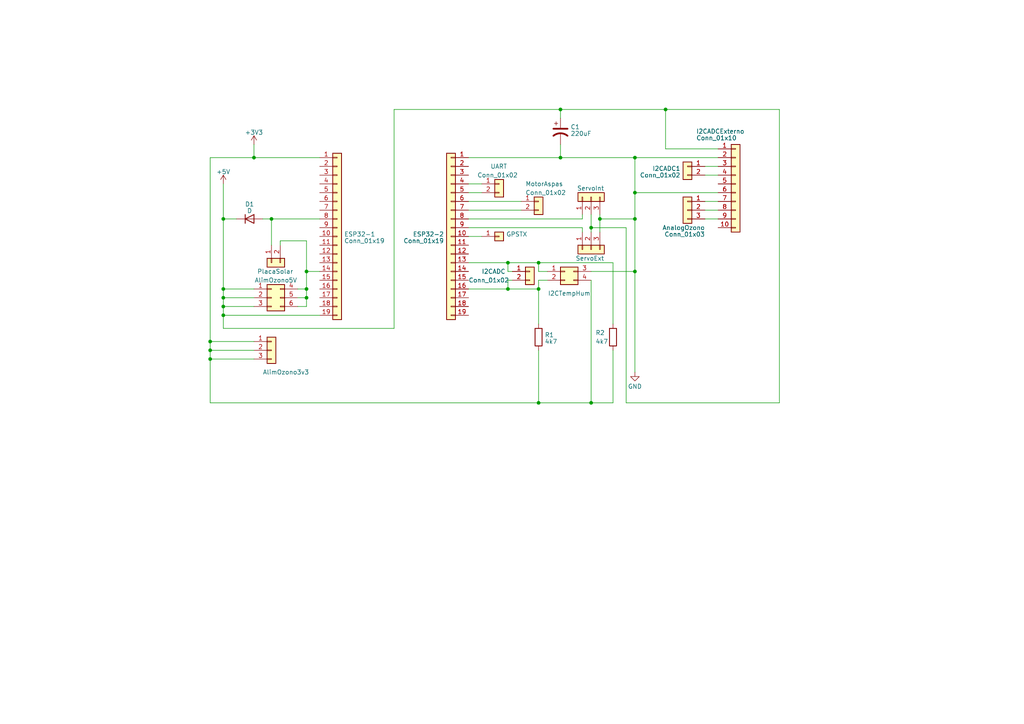
<source format=kicad_sch>
(kicad_sch (version 20230121) (generator eeschema)
  (paper "A4")
  (lib_symbols
    (symbol "Connector_Generic:Conn_01x01" (pin_names (offset 1.016) hide)
      (property "Reference" "J" (at 0 2.54 0))
      (property "Value" "Conn_01x01" (at 0 -2.54 0))
      (symbol "Conn_01x01_1_1"
        (rectangle (start -1.27 0.127) (end 0 -0.127) (stroke (width 0.1524)))
        (rectangle (start -1.27 1.27) (end 1.27 -1.27) (stroke (width 0.254)) (fill (type background)))
        (pin passive line (at -5.08 0 0) (length 3.81) (name "Pin_1") (number "1"))
      )
    )
    (symbol "Connector_Generic:Conn_01x02" (pin_names (offset 1.016) hide)
      (property "Reference" "J" (at 0 2.54 0))
      (property "Value" "Conn_01x02" (at 0 -5.08 0))
      (symbol "Conn_01x02_1_1"
        (rectangle (start -1.27 -2.413) (end 0 -2.667) (stroke (width 0.1524)))
        (rectangle (start -1.27 0.127) (end 0 -0.127) (stroke (width 0.1524)))
        (rectangle (start -1.27 1.27) (end 1.27 -3.81) (stroke (width 0.254)) (fill (type background)))
        (pin passive line (at -5.08 0 0) (length 3.81) (name "Pin_1") (number "1"))
        (pin passive line (at -5.08 -2.54 0) (length 3.81) (name "Pin_2") (number "2"))
      )
    )
    (symbol "Connector_Generic:Conn_01x03" (pin_names (offset 1.016) hide)
      (property "Reference" "J" (at 0 5.08 0))
      (property "Value" "Conn_01x03" (at 0 -5.08 0))
      (symbol "Conn_01x03_1_1"
        (rectangle (start -1.27 -2.413) (end 0 -2.667) (stroke (width 0.1524)))
        (rectangle (start -1.27 0.127) (end 0 -0.127) (stroke (width 0.1524)))
        (rectangle (start -1.27 2.667) (end 0 2.413) (stroke (width 0.1524)))
        (rectangle (start -1.27 3.81) (end 1.27 -3.81) (stroke (width 0.254)) (fill (type background)))
        (pin passive line (at -5.08 2.54 0) (length 3.81) (name "Pin_1") (number "1"))
        (pin passive line (at -5.08 0 0) (length 3.81) (name "Pin_2") (number "2"))
        (pin passive line (at -5.08 -2.54 0) (length 3.81) (name "Pin_3") (number "3"))
      )
    )
    (symbol "Connector_Generic:Conn_01x10" (pin_names (offset 1.016) hide)
      (property "Reference" "J" (at 0 12.7 0))
      (property "Value" "Conn_01x10" (at 0 -15.24 0))
      (symbol "Conn_01x10_1_1"
        (rectangle (start -1.27 -12.573) (end 0 -12.827) (stroke (width 0.1524)))
        (rectangle (start -1.27 -10.033) (end 0 -10.287) (stroke (width 0.1524)))
        (rectangle (start -1.27 -7.493) (end 0 -7.747) (stroke (width 0.1524)))
        (rectangle (start -1.27 -4.953) (end 0 -5.207) (stroke (width 0.1524)))
        (rectangle (start -1.27 -2.413) (end 0 -2.667) (stroke (width 0.1524)))
        (rectangle (start -1.27 0.127) (end 0 -0.127) (stroke (width 0.1524)))
        (rectangle (start -1.27 2.667) (end 0 2.413) (stroke (width 0.1524)))
        (rectangle (start -1.27 5.207) (end 0 4.953) (stroke (width 0.1524)))
        (rectangle (start -1.27 7.747) (end 0 7.493) (stroke (width 0.1524)))
        (rectangle (start -1.27 10.287) (end 0 10.033) (stroke (width 0.1524)))
        (rectangle (start -1.27 11.43) (end 1.27 -13.97) (stroke (width 0.254)) (fill (type background)))
        (pin passive line (at -5.08 10.16 0) (length 3.81) (name "Pin_1") (number "1"))
        (pin passive line (at -5.08 -12.7 0) (length 3.81) (name "Pin_10") (number "10"))
        (pin passive line (at -5.08 7.62 0) (length 3.81) (name "Pin_2") (number "2"))
        (pin passive line (at -5.08 5.08 0) (length 3.81) (name "Pin_3") (number "3"))
        (pin passive line (at -5.08 2.54 0) (length 3.81) (name "Pin_4") (number "4"))
        (pin passive line (at -5.08 0 0) (length 3.81) (name "Pin_5") (number "5"))
        (pin passive line (at -5.08 -2.54 0) (length 3.81) (name "Pin_6") (number "6"))
        (pin passive line (at -5.08 -5.08 0) (length 3.81) (name "Pin_7") (number "7"))
        (pin passive line (at -5.08 -7.62 0) (length 3.81) (name "Pin_8") (number "8"))
        (pin passive line (at -5.08 -10.16 0) (length 3.81) (name "Pin_9") (number "9"))
      )
    )
    (symbol "Connector_Generic:Conn_01x19" (pin_names (offset 1.016) hide)
      (property "Reference" "J" (at 0 25.4 0))
      (property "Value" "Conn_01x19" (at 0 -25.4 0))
      (symbol "Conn_01x19_1_1"
        (rectangle (start -1.27 -22.733) (end 0 -22.987) (stroke (width 0.1524)))
        (rectangle (start -1.27 -20.193) (end 0 -20.447) (stroke (width 0.1524)))
        (rectangle (start -1.27 -17.653) (end 0 -17.907) (stroke (width 0.1524)))
        (rectangle (start -1.27 -15.113) (end 0 -15.367) (stroke (width 0.1524)))
        (rectangle (start -1.27 -12.573) (end 0 -12.827) (stroke (width 0.1524)))
        (rectangle (start -1.27 -10.033) (end 0 -10.287) (stroke (width 0.1524)))
        (rectangle (start -1.27 -7.493) (end 0 -7.747) (stroke (width 0.1524)))
        (rectangle (start -1.27 -4.953) (end 0 -5.207) (stroke (width 0.1524)))
        (rectangle (start -1.27 -2.413) (end 0 -2.667) (stroke (width 0.1524)))
        (rectangle (start -1.27 0.127) (end 0 -0.127) (stroke (width 0.1524)))
        (rectangle (start -1.27 2.667) (end 0 2.413) (stroke (width 0.1524)))
        (rectangle (start -1.27 5.207) (end 0 4.953) (stroke (width 0.1524)))
        (rectangle (start -1.27 7.747) (end 0 7.493) (stroke (width 0.1524)))
        (rectangle (start -1.27 10.287) (end 0 10.033) (stroke (width 0.1524)))
        (rectangle (start -1.27 12.827) (end 0 12.573) (stroke (width 0.1524)))
        (rectangle (start -1.27 15.367) (end 0 15.113) (stroke (width 0.1524)))
        (rectangle (start -1.27 17.907) (end 0 17.653) (stroke (width 0.1524)))
        (rectangle (start -1.27 20.447) (end 0 20.193) (stroke (width 0.1524)))
        (rectangle (start -1.27 22.987) (end 0 22.733) (stroke (width 0.1524)))
        (rectangle (start -1.27 24.13) (end 1.27 -24.13) (stroke (width 0.254)) (fill (type background)))
        (pin passive line (at -5.08 22.86 0) (length 3.81) (name "Pin_1") (number "1"))
        (pin passive line (at -5.08 0 0) (length 3.81) (name "Pin_10") (number "10"))
        (pin passive line (at -5.08 -2.54 0) (length 3.81) (name "Pin_11") (number "11"))
        (pin passive line (at -5.08 -5.08 0) (length 3.81) (name "Pin_12") (number "12"))
        (pin passive line (at -5.08 -7.62 0) (length 3.81) (name "Pin_13") (number "13"))
        (pin passive line (at -5.08 -10.16 0) (length 3.81) (name "Pin_14") (number "14"))
        (pin passive line (at -5.08 -12.7 0) (length 3.81) (name "Pin_15") (number "15"))
        (pin passive line (at -5.08 -15.24 0) (length 3.81) (name "Pin_16") (number "16"))
        (pin passive line (at -5.08 -17.78 0) (length 3.81) (name "Pin_17") (number "17"))
        (pin passive line (at -5.08 -20.32 0) (length 3.81) (name "Pin_18") (number "18"))
        (pin passive line (at -5.08 -22.86 0) (length 3.81) (name "Pin_19") (number "19"))
        (pin passive line (at -5.08 20.32 0) (length 3.81) (name "Pin_2") (number "2"))
        (pin passive line (at -5.08 17.78 0) (length 3.81) (name "Pin_3") (number "3"))
        (pin passive line (at -5.08 15.24 0) (length 3.81) (name "Pin_4") (number "4"))
        (pin passive line (at -5.08 12.7 0) (length 3.81) (name "Pin_5") (number "5"))
        (pin passive line (at -5.08 10.16 0) (length 3.81) (name "Pin_6") (number "6"))
        (pin passive line (at -5.08 7.62 0) (length 3.81) (name "Pin_7") (number "7"))
        (pin passive line (at -5.08 5.08 0) (length 3.81) (name "Pin_8") (number "8"))
        (pin passive line (at -5.08 2.54 0) (length 3.81) (name "Pin_9") (number "9"))
      )
    )
    (symbol "Connector_Generic:Conn_02x02_Top_Bottom" (pin_names (offset 1.016) hide)
      (property "Reference" "J" (at 1.27 2.54 0))
      (property "Value" "Conn_02x02_Top_Bottom" (at 1.27 -5.08 0))
      (symbol "Conn_02x02_Top_Bottom_1_1"
        (rectangle (start -1.27 -2.413) (end 0 -2.667) (stroke (width 0.1524)))
        (rectangle (start -1.27 0.127) (end 0 -0.127) (stroke (width 0.1524)))
        (rectangle (start -1.27 1.27) (end 3.81 -3.81) (stroke (width 0.254)) (fill (type background)))
        (rectangle (start 3.81 -2.413) (end 2.54 -2.667) (stroke (width 0.1524)))
        (rectangle (start 3.81 0.127) (end 2.54 -0.127) (stroke (width 0.1524)))
        (pin passive line (at -5.08 0 0) (length 3.81) (name "Pin_1") (number "1"))
        (pin passive line (at -5.08 -2.54 0) (length 3.81) (name "Pin_2") (number "2"))
        (pin passive line (at 7.62 0 180) (length 3.81) (name "Pin_3") (number "3"))
        (pin passive line (at 7.62 -2.54 180) (length 3.81) (name "Pin_4") (number "4"))
      )
    )
    (symbol "Connector_Generic:Conn_02x03_Top_Bottom" (pin_names (offset 1.016) hide)
      (property "Reference" "J" (at 1.27 5.08 0))
      (property "Value" "Conn_02x03_Top_Bottom" (at 1.27 -5.08 0))
      (symbol "Conn_02x03_Top_Bottom_1_1"
        (rectangle (start -1.27 -2.413) (end 0 -2.667) (stroke (width 0.1524)))
        (rectangle (start -1.27 0.127) (end 0 -0.127) (stroke (width 0.1524)))
        (rectangle (start -1.27 2.667) (end 0 2.413) (stroke (width 0.1524)))
        (rectangle (start -1.27 3.81) (end 3.81 -3.81) (stroke (width 0.254)) (fill (type background)))
        (rectangle (start 3.81 -2.413) (end 2.54 -2.667) (stroke (width 0.1524)))
        (rectangle (start 3.81 0.127) (end 2.54 -0.127) (stroke (width 0.1524)))
        (rectangle (start 3.81 2.667) (end 2.54 2.413) (stroke (width 0.1524)))
        (pin passive line (at -5.08 2.54 0) (length 3.81) (name "Pin_1") (number "1"))
        (pin passive line (at -5.08 0 0) (length 3.81) (name "Pin_2") (number "2"))
        (pin passive line (at -5.08 -2.54 0) (length 3.81) (name "Pin_3") (number "3"))
        (pin passive line (at 7.62 2.54 180) (length 3.81) (name "Pin_4") (number "4"))
        (pin passive line (at 7.62 0 180) (length 3.81) (name "Pin_5") (number "5"))
        (pin passive line (at 7.62 -2.54 180) (length 3.81) (name "Pin_6") (number "6"))
      )
    )
    (symbol "Device:C_Polarized_US" (pin_numbers hide) (pin_names (offset 0.254) hide)
      (property "Reference" "C" (at 0.635 2.54 0))
      (property "Value" "C_Polarized_US" (at 0.635 -2.54 0))
      (symbol "C_Polarized_US_0_1"
        (polyline (pts (xy -2.032 0.762) (xy 2.032 0.762)) (stroke (width 0.508)))
        (polyline (pts (xy -1.778 2.286) (xy -0.762 2.286)))
        (polyline (pts (xy -1.27 1.778) (xy -1.27 2.794)))
        (arc (start 2.032 -1.27) (mid 0 -0.5572) (end -2.032 -1.27) (stroke (width 0.508)))
      )
      (symbol "C_Polarized_US_1_1"
        (pin passive line (at 0 3.81 270) (length 2.794) (name "~") (number "1"))
        (pin passive line (at 0 -3.81 90) (length 3.302) (name "~") (number "2"))
      )
    )
    (symbol "Device:D" (pin_numbers hide) (pin_names (offset 1.016) hide)
      (property "Reference" "D" (at 0 2.54 0))
      (property "Value" "D" (at 0 -2.54 0))
      (symbol "D_0_1"
        (polyline (pts (xy -1.27 1.27) (xy -1.27 -1.27)) (stroke (width 0.254)))
        (polyline (pts (xy 1.27 0) (xy -1.27 0)))
        (polyline (pts (xy 1.27 1.27) (xy 1.27 -1.27) (xy -1.27 0) (xy 1.27 1.27)) (stroke (width 0.254)))
      )
      (symbol "D_1_1"
        (pin passive line (at -3.81 0 0) (length 2.54) (name "K") (number "1"))
        (pin passive line (at 3.81 0 180) (length 2.54) (name "A") (number "2"))
      )
    )
    (symbol "Device:R" (pin_numbers hide) (pin_names (offset 0))
      (property "Reference" "R" (at 2.032 0 90))
      (property "Value" "R" (at 0 0 90))
      (symbol "R_0_1"
        (rectangle (start -1.016 -2.54) (end 1.016 2.54) (stroke (width 0.254)))
      )
      (symbol "R_1_1"
        (pin passive line (at 0 3.81 270) (length 1.27) (name "~") (number "1"))
        (pin passive line (at 0 -3.81 90) (length 1.27) (name "~") (number "2"))
      )
    )
    (symbol "power:+3V3" (power) (pin_names (offset 0))
      (property "Value" "+3V3" (at 0 3.556 0))
      (symbol "+3V3_0_1"
        (polyline (pts (xy -0.762 1.27) (xy 0 2.54)))
        (polyline (pts (xy 0 0) (xy 0 2.54)))
        (polyline (pts (xy 0 2.54) (xy 0.762 1.27)))
      )
      (symbol "+3V3_1_1"
        (pin power_in line (at 0 0 90) (length 0) hide (name "+3V3") (number "1"))
      )
    )
    (symbol "power:+5V" (power) (pin_names (offset 0))
      (property "Value" "+5V" (at 0 3.556 0))
      (symbol "+5V_0_1"
        (polyline (pts (xy -0.762 1.27) (xy 0 2.54)))
        (polyline (pts (xy 0 0) (xy 0 2.54)))
        (polyline (pts (xy 0 2.54) (xy 0.762 1.27)))
      )
      (symbol "+5V_1_1"
        (pin power_in line (at 0 0 90) (length 0) hide (name "+5V") (number "1"))
      )
    )
    (symbol "power:GND" (power) (pin_names (offset 0))
      (property "Value" "GND" (at 0 -3.81 0))
      (symbol "GND_0_1"
        (polyline (pts (xy 0 0) (xy 0 -1.27) (xy 1.27 -1.27) (xy 0 -2.54) (xy -1.27 -1.27) (xy 0 -1.27)))
      )
      (symbol "GND_1_1"
        (pin power_in line (at 0 0 270) (length 0) hide (name "GND") (number "1"))
      )
    )
  )
  (junction (at 60.96 99.06))
  (junction (at 171.45 66.04))
  (junction (at 78.74 63.5))
  (junction (at 156.21 76.2))
  (junction (at 184.15 63.5))
  (junction (at 60.96 101.6))
  (junction (at 64.77 63.5))
  (junction (at 156.21 116.84))
  (junction (at 184.15 45.72))
  (junction (at 184.15 78.74))
  (junction (at 173.99 63.5))
  (junction (at 162.56 31.75))
  (junction (at 73.66 45.72))
  (junction (at 162.56 45.72))
  (junction (at 88.9 83.82))
  (junction (at 88.9 86.36))
  (junction (at 64.77 88.9))
  (junction (at 64.77 83.82))
  (junction (at 64.77 91.44))
  (junction (at 64.77 86.36))
  (junction (at 60.96 104.14))
  (junction (at 184.15 55.88))
  (junction (at 156.21 83.82))
  (junction (at 193.04 31.75))
  (junction (at 147.32 76.2))
  (junction (at 147.32 83.82))
  (junction (at 171.45 116.84))
  (junction (at 88.9 78.74))
  (wire (pts (xy 184.15 55.88) (xy 184.15 63.5)))
  (wire (pts (xy 171.45 62.23) (xy 171.45 66.04)))
  (wire (pts (xy 64.77 53.34) (xy 64.77 63.5)))
  (wire (pts (xy 184.15 55.88) (xy 208.28 55.88)))
  (wire (pts (xy 114.3 31.75) (xy 162.56 31.75)))
  (wire (pts (xy 73.66 41.91) (xy 73.66 45.72)))
  (wire (pts (xy 88.9 83.82) (xy 88.9 78.74)))
  (wire (pts (xy 147.32 81.28) (xy 148.59 81.28)))
  (wire (pts (xy 193.04 43.18) (xy 193.04 31.75)))
  (wire (pts (xy 193.04 43.18) (xy 208.28 43.18)))
  (wire (pts (xy 204.47 58.42) (xy 208.28 58.42)))
  (wire (pts (xy 114.3 31.75) (xy 114.3 95.25)))
  (wire (pts (xy 135.89 60.96) (xy 151.13 60.96)))
  (wire (pts (xy 60.96 101.6) (xy 73.66 101.6)))
  (wire (pts (xy 173.99 63.5) (xy 184.15 63.5)))
  (wire (pts (xy 64.77 63.5) (xy 68.58 63.5)))
  (wire (pts (xy 64.77 86.36) (xy 64.77 88.9)))
  (wire (pts (xy 181.61 116.84) (xy 226.06 116.84)))
  (wire (pts (xy 88.9 86.36) (xy 88.9 83.82)))
  (wire (pts (xy 184.15 45.72) (xy 208.28 45.72)))
  (wire (pts (xy 177.8 116.84) (xy 171.45 116.84)))
  (wire (pts (xy 156.21 81.28) (xy 156.21 83.82)))
  (wire (pts (xy 81.28 71.12) (xy 81.28 69.85)))
  (wire (pts (xy 78.74 63.5) (xy 78.74 71.12)))
  (wire (pts (xy 114.3 95.25) (xy 64.77 95.25)))
  (wire (pts (xy 60.96 101.6) (xy 60.96 104.14)))
  (wire (pts (xy 60.96 45.72) (xy 60.96 99.06)))
  (wire (pts (xy 204.47 50.8) (xy 208.28 50.8)))
  (wire (pts (xy 88.9 88.9) (xy 88.9 86.36)))
  (wire (pts (xy 156.21 76.2) (xy 177.8 76.2)))
  (wire (pts (xy 177.8 76.2) (xy 177.8 93.98)))
  (wire (pts (xy 147.32 78.74) (xy 148.59 78.74)))
  (wire (pts (xy 171.45 116.84) (xy 156.21 116.84)))
  (wire (pts (xy 135.89 63.5) (xy 168.91 63.5)))
  (wire (pts (xy 60.96 116.84) (xy 156.21 116.84)))
  (wire (pts (xy 86.36 86.36) (xy 88.9 86.36)))
  (wire (pts (xy 135.89 66.04) (xy 168.91 66.04)))
  (wire (pts (xy 168.91 63.5) (xy 168.91 62.23)))
  (wire (pts (xy 173.99 67.31) (xy 173.99 63.5)))
  (wire (pts (xy 60.96 99.06) (xy 60.96 101.6)))
  (wire (pts (xy 135.89 55.88) (xy 139.7 55.88)))
  (wire (pts (xy 135.89 76.2) (xy 147.32 76.2)))
  (wire (pts (xy 64.77 88.9) (xy 64.77 91.44)))
  (wire (pts (xy 226.06 31.75) (xy 193.04 31.75)))
  (wire (pts (xy 64.77 91.44) (xy 64.77 95.25)))
  (wire (pts (xy 60.96 104.14) (xy 60.96 116.84)))
  (wire (pts (xy 226.06 116.84) (xy 226.06 31.75)))
  (wire (pts (xy 135.89 58.42) (xy 151.13 58.42)))
  (wire (pts (xy 86.36 88.9) (xy 88.9 88.9)))
  (wire (pts (xy 162.56 31.75) (xy 162.56 34.29)))
  (wire (pts (xy 92.71 91.44) (xy 64.77 91.44)))
  (wire (pts (xy 60.96 104.14) (xy 73.66 104.14)))
  (wire (pts (xy 184.15 45.72) (xy 184.15 55.88)))
  (wire (pts (xy 156.21 78.74) (xy 156.21 76.2)))
  (wire (pts (xy 156.21 76.2) (xy 147.32 76.2)))
  (wire (pts (xy 76.2 63.5) (xy 78.74 63.5)))
  (wire (pts (xy 162.56 41.91) (xy 162.56 45.72)))
  (wire (pts (xy 171.45 66.04) (xy 181.61 66.04)))
  (wire (pts (xy 135.89 83.82) (xy 147.32 83.82)))
  (wire (pts (xy 156.21 83.82) (xy 147.32 83.82)))
  (wire (pts (xy 173.99 62.23) (xy 173.99 63.5)))
  (wire (pts (xy 88.9 69.85) (xy 88.9 78.74)))
  (wire (pts (xy 60.96 99.06) (xy 73.66 99.06)))
  (wire (pts (xy 88.9 78.74) (xy 92.71 78.74)))
  (wire (pts (xy 184.15 63.5) (xy 184.15 78.74)))
  (wire (pts (xy 81.28 69.85) (xy 88.9 69.85)))
  (wire (pts (xy 171.45 81.28) (xy 171.45 116.84)))
  (wire (pts (xy 177.8 101.6) (xy 177.8 116.84)))
  (wire (pts (xy 64.77 63.5) (xy 64.77 83.82)))
  (wire (pts (xy 64.77 88.9) (xy 73.66 88.9)))
  (wire (pts (xy 78.74 63.5) (xy 92.71 63.5)))
  (wire (pts (xy 156.21 78.74) (xy 158.75 78.74)))
  (wire (pts (xy 86.36 83.82) (xy 88.9 83.82)))
  (wire (pts (xy 156.21 101.6) (xy 156.21 116.84)))
  (wire (pts (xy 204.47 60.96) (xy 208.28 60.96)))
  (wire (pts (xy 162.56 45.72) (xy 184.15 45.72)))
  (wire (pts (xy 168.91 66.04) (xy 168.91 67.31)))
  (wire (pts (xy 204.47 48.26) (xy 208.28 48.26)))
  (wire (pts (xy 60.96 45.72) (xy 73.66 45.72)))
  (wire (pts (xy 147.32 76.2) (xy 147.32 78.74)))
  (wire (pts (xy 181.61 66.04) (xy 181.61 116.84)))
  (wire (pts (xy 135.89 45.72) (xy 162.56 45.72)))
  (wire (pts (xy 156.21 93.98) (xy 156.21 83.82)))
  (wire (pts (xy 135.89 53.34) (xy 139.7 53.34)))
  (wire (pts (xy 162.56 31.75) (xy 193.04 31.75)))
  (wire (pts (xy 184.15 78.74) (xy 184.15 107.95)))
  (wire (pts (xy 64.77 86.36) (xy 73.66 86.36)))
  (wire (pts (xy 64.77 83.82) (xy 73.66 83.82)))
  (wire (pts (xy 171.45 66.04) (xy 171.45 67.31)))
  (wire (pts (xy 64.77 83.82) (xy 64.77 86.36)))
  (wire (pts (xy 204.47 63.5) (xy 208.28 63.5)))
  (wire (pts (xy 135.89 68.58) (xy 139.7 68.58)))
  (wire (pts (xy 147.32 83.82) (xy 147.32 81.28)))
  (wire (pts (xy 73.66 45.72) (xy 92.71 45.72)))
  (wire (pts (xy 156.21 81.28) (xy 158.75 81.28)))
  (wire (pts (xy 171.45 78.74) (xy 184.15 78.74)))
  (symbol (lib_id "Connector_Generic:Conn_01x03") (at 199.39 60.96 0) (mirror y) (unit 1)
    (property "Reference" "AnalogOzono" (at 204.47 66.04 0) (effects (justify left)))
    (property "Value" "Conn_01x03" (at 204.47 67.961 0) (effects (justify left)))
  )
  (symbol (lib_id "Connector_Generic:Conn_01x01") (at 144.78 68.58 0) (unit 1)
    (property "Reference" "GPSTX" (at 146.812 67.9363 0) (effects (justify left)))
    (property "Value" "Conn_01x01" (effects hide))
  )
  (symbol (lib_id "Device:D") (at 72.39 63.5 0) (unit 1)
    (property "Reference" "D1" (at 72.39 59.2201 0))
    (property "Value" "D" (at 72.39 61.1411 0))
    (property "Sim.Device" "D" (effects hide))
    (property "Sim.Pins" "1=K 2=A" (effects hide))
  )
  (symbol (lib_id "Connector_Generic:Conn_01x03") (at 171.45 72.39 90) (mirror x) (unit 1)
    (property "Reference" "ServoExt" (at 175.26 74.93 90) (effects (justify left)))
    (property "Value" "Conn_01x03" (effects hide))
  )
  (symbol (lib_id "Connector_Generic:Conn_01x02") (at 153.67 78.74 0) (unit 1)
    (property "Reference" "I2CADC" (at 139.7 78.74 0) (effects (justify left)))
    (property "Value" "Conn_01x02" (at 135.89 81.28 0) (effects (justify left)))
  )
  (symbol (lib_id "power:+5V") (at 64.77 53.34 0) (unit 1)
    (property "Reference" "#PWR01" (effects hide))
    (property "Value" "+5V" (at 64.77 49.8381 0))
  )
  (symbol (lib_id "power:GND") (at 184.15 107.95 0) (unit 1)
    (property "Reference" "#PWR02" (effects hide))
    (property "Value" "GND" (at 184.15 112.0855 0))
  )
  (symbol (lib_id "Connector_Generic:Conn_01x02") (at 199.39 48.26 0) (mirror y) (unit 1)
    (property "Reference" "I2CADC1" (at 197.358 48.8863 0) (effects (justify left)))
    (property "Value" "Conn_01x02" (at 197.358 50.8073 0) (effects (justify left)))
  )
  (symbol (lib_id "Device:R") (at 156.21 97.79 0) (unit 1)
    (property "Reference" "R1" (at 157.988 97.1463 0) (effects (justify left)))
    (property "Value" "4k7" (at 157.988 99.0673 0) (effects (justify left)))
  )
  (symbol (lib_id "Connector_Generic:Conn_01x19") (at 97.79 68.58 0) (unit 1)
    (property "Reference" "ESP32-1" (at 99.822 67.9363 0) (effects (justify left)))
    (property "Value" "Conn_01x19" (at 99.822 69.8573 0) (effects (justify left)))
  )
  (symbol (lib_id "Device:C_Polarized_US") (at 162.56 38.1 0) (unit 1)
    (property "Reference" "C1" (at 165.481 36.8213 0) (effects (justify left)))
    (property "Value" "220uF" (at 165.481 38.7423 0) (effects (justify left)))
  )
  (symbol (lib_id "Connector_Generic:Conn_01x19") (at 130.81 68.58 0) (mirror y) (unit 1)
    (property "Reference" "ESP32-2" (at 128.778 67.9363 0) (effects (justify left)))
    (property "Value" "Conn_01x19" (at 128.778 69.8573 0) (effects (justify left)))
  )
  (symbol (lib_id "power:+3V3") (at 73.66 41.91 0) (unit 1)
    (property "Reference" "#PWR03" (effects hide))
    (property "Value" "+3V3" (at 73.66 38.4081 0))
  )
  (symbol (lib_id "Connector_Generic:Conn_01x10") (at 213.36 53.34 0) (unit 1)
    (property "Reference" "I2CADCExterno" (at 201.93 38.1 0) (effects (justify left)))
    (property "Value" "Conn_01x10" (at 201.93 40.021 0) (effects (justify left)))
  )
  (symbol (lib_id "Connector_Generic:Conn_01x02") (at 156.21 58.42 0) (unit 1)
    (property "Reference" "MotorAspas" (at 152.4 53.34 0) (effects (justify left)))
    (property "Value" "Conn_01x02" (at 152.4 55.88 0) (effects (justify left)))
  )
  (symbol (lib_id "Connector_Generic:Conn_02x03_Top_Bottom") (at 78.74 86.36 0) (unit 1)
    (property "Reference" "AlimOzono5V" (at 80.01 81.28 0))
    (property "Value" "Conn_02x03_Top_Bottom" (effects hide))
  )
  (symbol (lib_id "Connector_Generic:Conn_01x02") (at 144.78 53.34 0) (unit 1)
    (property "Reference" "UART" (at 142.24 48.26 0) (effects (justify left)))
    (property "Value" "Conn_01x02" (at 138.43 50.8 0) (effects (justify left)))
  )
  (symbol (lib_id "Connector_Generic:Conn_01x03") (at 171.45 57.15 90) (unit 1)
    (property "Reference" "ServoInt" (at 175.26 54.61 90) (effects (justify left)))
    (property "Value" "Conn_01x03" (effects hide))
  )
  (symbol (lib_id "Device:R") (at 177.8 97.79 0) (unit 1)
    (property "Reference" "R2" (at 172.72 96.52 0) (effects (justify left)))
    (property "Value" "4k7" (at 172.72 99.06 0) (effects (justify left)))
  )
  (symbol (lib_id "Connector_Generic:Conn_01x03") (at 78.74 101.6 0) (unit 1)
    (property "Reference" "AlimOzono3v3" (at 76.2 107.95 0) (effects (justify left)))
    (property "Value" "Conn_01x03" (effects hide))
  )
  (symbol (lib_id "Connector_Generic:Conn_01x02") (at 78.74 76.2 90) (mirror x) (unit 1)
    (property "Reference" "PlacaSolar" (at 85.09 78.74 90) (effects (justify left)))
    (property "Value" "Conn_01x02" (effects hide))
  )
  (symbol (lib_id "Connector_Generic:Conn_02x02_Top_Bottom") (at 163.83 78.74 0) (unit 1)
    (property "Reference" "I2CTempHum" (at 165.1 85.09 0))
    (property "Value" "Conn_02x02_Top_Bottom" (effects hide))
  )
)
</source>
